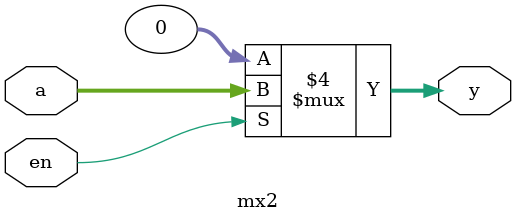
<source format=v>
module mux2(d0,d1,sel,dout); //module of mux2
   input d0,d1; //inputs
   input [1:0] sel;
   output reg dout; //output reg

always@(d0,d1,sel) //Run function according to variable
begin
  case(sel) //case
   2'b10: dout=d0; //dout decision
   2'b01: dout=d1;

   default: dout=1'bx; //defalut
   endcase
  end
endmodule
//////////////////////////////////////////////

module mux2_8bit(d0,d1,sel,dout); //module of 8bits mux2
   input [7:0]d0,d1; //inputs
   input [1:0]sel;
   output reg [7:0] dout; //output reg

always@(d0,d1,sel) //Run function according to variable
begin
  case(sel) //case
   2'b10: dout=d0; //dout decision
   2'b01: dout=d1;

   default: dout=8'h0; //defalut
   endcase
  end
endmodule
//////////////////////////////////////////////

module mux2_32bit(d0,d1,sel,dout); //module of 32bits mux2
   input [31:0] d0,d1; //inputs
   input [1:0] sel;
   output reg [31:0] dout; //output reg

always@(d0,d1,sel) //Run function according to variable
begin
   case(sel) //case
   2'b10: dout=d0; //dout decision
   2'b01: dout=d1;

   default: dout=32'h0; //defalut
   endcase
  end
endmodule
//////////////////////////////////////////////

module mux5_32bit(d0,d1,d2,d3,d4,sel,dout); //module of 32bits mux5
   input [31:0] d0,d1,d2,d3,d4; //inputs
   input [3:0] sel;
   output reg [31:0] dout; //output reg

always@(d0,d1,d2,d3,d4,sel) //Run function according to variable
begin
   case(sel) //case
   4'b1000: dout=d0; //dout decision
   4'b0100: dout=d1;
   4'b0010: dout=d2;
   4'b0001: dout=d3;

   default: dout=d4; //defalut
   endcase
  end
endmodule
//////////////////////////////////////////////

module mx2(a,y,en); //Declare mux

   input [31:0] a; //inputs
   input en;

   output reg [31:0] y; //output reg

always@(a or en) //practice function when a, en change
begin
   if(en==1'b0) y=32'h00000000;//check enable signal

   else y=a; //out data
end

endmodule

//End of mux

</source>
